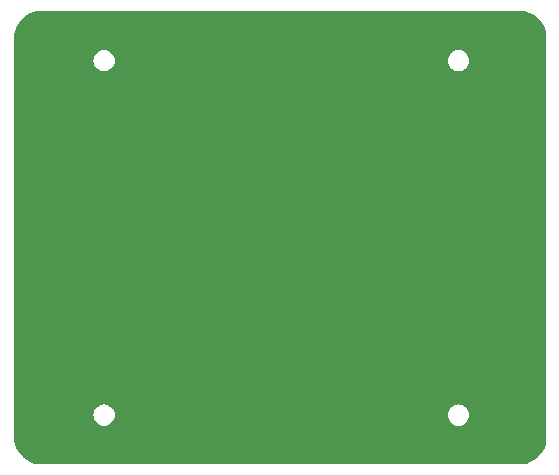
<source format=gbr>
%TF.GenerationSoftware,KiCad,Pcbnew,(5.1.10)-1*%
%TF.CreationDate,2023-08-12T08:02:15-05:00*%
%TF.ProjectId,perovskite_router,7065726f-7673-46b6-9974-655f726f7574,A*%
%TF.SameCoordinates,Original*%
%TF.FileFunction,Soldermask,Top*%
%TF.FilePolarity,Negative*%
%FSLAX46Y46*%
G04 Gerber Fmt 4.6, Leading zero omitted, Abs format (unit mm)*
G04 Created by KiCad (PCBNEW (5.1.10)-1) date 2023-08-12 08:02:15*
%MOMM*%
%LPD*%
G01*
G04 APERTURE LIST*
%ADD10O,1.000000X1.000000*%
%ADD11R,1.000000X1.000000*%
%ADD12O,1.700000X1.700000*%
%ADD13R,1.700000X1.700000*%
%ADD14C,0.254000*%
%ADD15C,0.100000*%
G04 APERTURE END LIST*
D10*
%TO.C,J3*%
X155702000Y-104394000D03*
X155702000Y-103124000D03*
X155702000Y-101854000D03*
X155702000Y-100584000D03*
X155702000Y-99314000D03*
X155702000Y-98044000D03*
X155702000Y-96774000D03*
X155702000Y-95504000D03*
X155702000Y-94234000D03*
X155702000Y-92964000D03*
D11*
X155702000Y-91694000D03*
%TD*%
D12*
%TO.C,J2*%
X175866000Y-86360000D03*
X175866000Y-88900000D03*
X175866000Y-91440000D03*
X175866000Y-93980000D03*
X175866000Y-96520000D03*
X175866000Y-99060000D03*
X175866000Y-101600000D03*
X175866000Y-104140000D03*
X175866000Y-106680000D03*
D13*
X175866000Y-109220000D03*
%TD*%
D12*
%TO.C,J1*%
X134366000Y-86360000D03*
X134366000Y-88900000D03*
X134366000Y-91440000D03*
X134366000Y-93980000D03*
X134366000Y-96520000D03*
X134366000Y-99060000D03*
X134366000Y-101600000D03*
X134366000Y-104140000D03*
X134366000Y-106680000D03*
D13*
X134366000Y-109220000D03*
%TD*%
D14*
X175951731Y-78786312D02*
X176245417Y-78918489D01*
X176521029Y-79085102D01*
X176774548Y-79283722D01*
X177002278Y-79511452D01*
X177200898Y-79764971D01*
X177367511Y-80040583D01*
X177499688Y-80334269D01*
X177520600Y-80401378D01*
X177520600Y-115178622D01*
X177499688Y-115245731D01*
X177367511Y-115539417D01*
X177200898Y-115815029D01*
X177002278Y-116068548D01*
X176774548Y-116296278D01*
X176521029Y-116494898D01*
X176245417Y-116661511D01*
X175951731Y-116793688D01*
X175803112Y-116840000D01*
X134457888Y-116840000D01*
X134309269Y-116793688D01*
X134015583Y-116661511D01*
X133739971Y-116494898D01*
X133486452Y-116296278D01*
X133258722Y-116068548D01*
X133060102Y-115815029D01*
X132893489Y-115539417D01*
X132761312Y-115245731D01*
X132689600Y-115015601D01*
X132689600Y-112816000D01*
X139175004Y-112816000D01*
X139194795Y-113016943D01*
X139253408Y-113210164D01*
X139348590Y-113388237D01*
X139476684Y-113544320D01*
X139632767Y-113672414D01*
X139810840Y-113767596D01*
X140004061Y-113826209D01*
X140205004Y-113846000D01*
X140405947Y-113826209D01*
X140599168Y-113767596D01*
X140777241Y-113672414D01*
X140933324Y-113544320D01*
X141061418Y-113388237D01*
X141156600Y-113210164D01*
X141215213Y-113016943D01*
X141235004Y-112816000D01*
X169175004Y-112816000D01*
X169194795Y-113016943D01*
X169253408Y-113210164D01*
X169348590Y-113388237D01*
X169476684Y-113544320D01*
X169632767Y-113672414D01*
X169810840Y-113767596D01*
X170004061Y-113826209D01*
X170205004Y-113846000D01*
X170405947Y-113826209D01*
X170599168Y-113767596D01*
X170777241Y-113672414D01*
X170933324Y-113544320D01*
X171061418Y-113388237D01*
X171156600Y-113210164D01*
X171215213Y-113016943D01*
X171235004Y-112816000D01*
X171215213Y-112615057D01*
X171156600Y-112421836D01*
X171061418Y-112243763D01*
X170933324Y-112087680D01*
X170777241Y-111959586D01*
X170599168Y-111864404D01*
X170405947Y-111805791D01*
X170205004Y-111786000D01*
X170004061Y-111805791D01*
X169810840Y-111864404D01*
X169632767Y-111959586D01*
X169476684Y-112087680D01*
X169348590Y-112243763D01*
X169253408Y-112421836D01*
X169194795Y-112615057D01*
X169175004Y-112816000D01*
X141235004Y-112816000D01*
X141215213Y-112615057D01*
X141156600Y-112421836D01*
X141061418Y-112243763D01*
X140933324Y-112087680D01*
X140777241Y-111959586D01*
X140599168Y-111864404D01*
X140405947Y-111805791D01*
X140205004Y-111786000D01*
X140004061Y-111805791D01*
X139810840Y-111864404D01*
X139632767Y-111959586D01*
X139476684Y-112087680D01*
X139348590Y-112243763D01*
X139253408Y-112421836D01*
X139194795Y-112615057D01*
X139175004Y-112816000D01*
X132689600Y-112816000D01*
X132689600Y-82816000D01*
X139175004Y-82816000D01*
X139194795Y-83016943D01*
X139253408Y-83210164D01*
X139348590Y-83388237D01*
X139476684Y-83544320D01*
X139632767Y-83672414D01*
X139810840Y-83767596D01*
X140004061Y-83826209D01*
X140205004Y-83846000D01*
X140405947Y-83826209D01*
X140599168Y-83767596D01*
X140777241Y-83672414D01*
X140933324Y-83544320D01*
X141061418Y-83388237D01*
X141156600Y-83210164D01*
X141215213Y-83016943D01*
X141235004Y-82816000D01*
X169175004Y-82816000D01*
X169194795Y-83016943D01*
X169253408Y-83210164D01*
X169348590Y-83388237D01*
X169476684Y-83544320D01*
X169632767Y-83672414D01*
X169810840Y-83767596D01*
X170004061Y-83826209D01*
X170205004Y-83846000D01*
X170405947Y-83826209D01*
X170599168Y-83767596D01*
X170777241Y-83672414D01*
X170933324Y-83544320D01*
X171061418Y-83388237D01*
X171156600Y-83210164D01*
X171215213Y-83016943D01*
X171235004Y-82816000D01*
X171215213Y-82615057D01*
X171156600Y-82421836D01*
X171061418Y-82243763D01*
X170933324Y-82087680D01*
X170777241Y-81959586D01*
X170599168Y-81864404D01*
X170405947Y-81805791D01*
X170205004Y-81786000D01*
X170004061Y-81805791D01*
X169810840Y-81864404D01*
X169632767Y-81959586D01*
X169476684Y-82087680D01*
X169348590Y-82243763D01*
X169253408Y-82421836D01*
X169194795Y-82615057D01*
X169175004Y-82816000D01*
X141235004Y-82816000D01*
X141215213Y-82615057D01*
X141156600Y-82421836D01*
X141061418Y-82243763D01*
X140933324Y-82087680D01*
X140777241Y-81959586D01*
X140599168Y-81864404D01*
X140405947Y-81805791D01*
X140205004Y-81786000D01*
X140004061Y-81805791D01*
X139810840Y-81864404D01*
X139632767Y-81959586D01*
X139476684Y-82087680D01*
X139348590Y-82243763D01*
X139253408Y-82421836D01*
X139194795Y-82615057D01*
X139175004Y-82816000D01*
X132689600Y-82816000D01*
X132689600Y-80564399D01*
X132761312Y-80334269D01*
X132893489Y-80040583D01*
X133060102Y-79764971D01*
X133258722Y-79511452D01*
X133486452Y-79283722D01*
X133739971Y-79085102D01*
X134015583Y-78918489D01*
X134309269Y-78786312D01*
X134457888Y-78740000D01*
X175803112Y-78740000D01*
X175951731Y-78786312D01*
D15*
G36*
X175951731Y-78786312D02*
G01*
X176245417Y-78918489D01*
X176521029Y-79085102D01*
X176774548Y-79283722D01*
X177002278Y-79511452D01*
X177200898Y-79764971D01*
X177367511Y-80040583D01*
X177499688Y-80334269D01*
X177520600Y-80401378D01*
X177520600Y-115178622D01*
X177499688Y-115245731D01*
X177367511Y-115539417D01*
X177200898Y-115815029D01*
X177002278Y-116068548D01*
X176774548Y-116296278D01*
X176521029Y-116494898D01*
X176245417Y-116661511D01*
X175951731Y-116793688D01*
X175803112Y-116840000D01*
X134457888Y-116840000D01*
X134309269Y-116793688D01*
X134015583Y-116661511D01*
X133739971Y-116494898D01*
X133486452Y-116296278D01*
X133258722Y-116068548D01*
X133060102Y-115815029D01*
X132893489Y-115539417D01*
X132761312Y-115245731D01*
X132689600Y-115015601D01*
X132689600Y-112816000D01*
X139175004Y-112816000D01*
X139194795Y-113016943D01*
X139253408Y-113210164D01*
X139348590Y-113388237D01*
X139476684Y-113544320D01*
X139632767Y-113672414D01*
X139810840Y-113767596D01*
X140004061Y-113826209D01*
X140205004Y-113846000D01*
X140405947Y-113826209D01*
X140599168Y-113767596D01*
X140777241Y-113672414D01*
X140933324Y-113544320D01*
X141061418Y-113388237D01*
X141156600Y-113210164D01*
X141215213Y-113016943D01*
X141235004Y-112816000D01*
X169175004Y-112816000D01*
X169194795Y-113016943D01*
X169253408Y-113210164D01*
X169348590Y-113388237D01*
X169476684Y-113544320D01*
X169632767Y-113672414D01*
X169810840Y-113767596D01*
X170004061Y-113826209D01*
X170205004Y-113846000D01*
X170405947Y-113826209D01*
X170599168Y-113767596D01*
X170777241Y-113672414D01*
X170933324Y-113544320D01*
X171061418Y-113388237D01*
X171156600Y-113210164D01*
X171215213Y-113016943D01*
X171235004Y-112816000D01*
X171215213Y-112615057D01*
X171156600Y-112421836D01*
X171061418Y-112243763D01*
X170933324Y-112087680D01*
X170777241Y-111959586D01*
X170599168Y-111864404D01*
X170405947Y-111805791D01*
X170205004Y-111786000D01*
X170004061Y-111805791D01*
X169810840Y-111864404D01*
X169632767Y-111959586D01*
X169476684Y-112087680D01*
X169348590Y-112243763D01*
X169253408Y-112421836D01*
X169194795Y-112615057D01*
X169175004Y-112816000D01*
X141235004Y-112816000D01*
X141215213Y-112615057D01*
X141156600Y-112421836D01*
X141061418Y-112243763D01*
X140933324Y-112087680D01*
X140777241Y-111959586D01*
X140599168Y-111864404D01*
X140405947Y-111805791D01*
X140205004Y-111786000D01*
X140004061Y-111805791D01*
X139810840Y-111864404D01*
X139632767Y-111959586D01*
X139476684Y-112087680D01*
X139348590Y-112243763D01*
X139253408Y-112421836D01*
X139194795Y-112615057D01*
X139175004Y-112816000D01*
X132689600Y-112816000D01*
X132689600Y-82816000D01*
X139175004Y-82816000D01*
X139194795Y-83016943D01*
X139253408Y-83210164D01*
X139348590Y-83388237D01*
X139476684Y-83544320D01*
X139632767Y-83672414D01*
X139810840Y-83767596D01*
X140004061Y-83826209D01*
X140205004Y-83846000D01*
X140405947Y-83826209D01*
X140599168Y-83767596D01*
X140777241Y-83672414D01*
X140933324Y-83544320D01*
X141061418Y-83388237D01*
X141156600Y-83210164D01*
X141215213Y-83016943D01*
X141235004Y-82816000D01*
X169175004Y-82816000D01*
X169194795Y-83016943D01*
X169253408Y-83210164D01*
X169348590Y-83388237D01*
X169476684Y-83544320D01*
X169632767Y-83672414D01*
X169810840Y-83767596D01*
X170004061Y-83826209D01*
X170205004Y-83846000D01*
X170405947Y-83826209D01*
X170599168Y-83767596D01*
X170777241Y-83672414D01*
X170933324Y-83544320D01*
X171061418Y-83388237D01*
X171156600Y-83210164D01*
X171215213Y-83016943D01*
X171235004Y-82816000D01*
X171215213Y-82615057D01*
X171156600Y-82421836D01*
X171061418Y-82243763D01*
X170933324Y-82087680D01*
X170777241Y-81959586D01*
X170599168Y-81864404D01*
X170405947Y-81805791D01*
X170205004Y-81786000D01*
X170004061Y-81805791D01*
X169810840Y-81864404D01*
X169632767Y-81959586D01*
X169476684Y-82087680D01*
X169348590Y-82243763D01*
X169253408Y-82421836D01*
X169194795Y-82615057D01*
X169175004Y-82816000D01*
X141235004Y-82816000D01*
X141215213Y-82615057D01*
X141156600Y-82421836D01*
X141061418Y-82243763D01*
X140933324Y-82087680D01*
X140777241Y-81959586D01*
X140599168Y-81864404D01*
X140405947Y-81805791D01*
X140205004Y-81786000D01*
X140004061Y-81805791D01*
X139810840Y-81864404D01*
X139632767Y-81959586D01*
X139476684Y-82087680D01*
X139348590Y-82243763D01*
X139253408Y-82421836D01*
X139194795Y-82615057D01*
X139175004Y-82816000D01*
X132689600Y-82816000D01*
X132689600Y-80564399D01*
X132761312Y-80334269D01*
X132893489Y-80040583D01*
X133060102Y-79764971D01*
X133258722Y-79511452D01*
X133486452Y-79283722D01*
X133739971Y-79085102D01*
X134015583Y-78918489D01*
X134309269Y-78786312D01*
X134457888Y-78740000D01*
X175803112Y-78740000D01*
X175951731Y-78786312D01*
G37*
M02*

</source>
